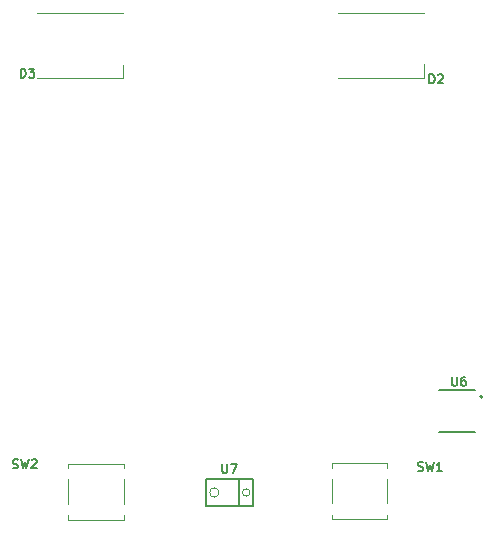
<source format=gbr>
G04 #@! TF.GenerationSoftware,KiCad,Pcbnew,(2018-02-05 revision d1a45d147)-makepkg*
G04 #@! TF.CreationDate,2020-01-13T12:48:58-08:00*
G04 #@! TF.ProjectId,badge,62616467652E6B696361645F70636200,rev?*
G04 #@! TF.SameCoordinates,Original*
G04 #@! TF.FileFunction,Legend,Top*
G04 #@! TF.FilePolarity,Positive*
%FSLAX46Y46*%
G04 Gerber Fmt 4.6, Leading zero omitted, Abs format (unit mm)*
G04 Created by KiCad (PCBNEW (2018-02-05 revision d1a45d147)-makepkg) date 01/13/20 12:48:58*
%MOMM*%
%LPD*%
G01*
G04 APERTURE LIST*
%ADD10C,0.120000*%
%ADD11C,0.127000*%
%ADD12C,0.063500*%
%ADD13C,0.200000*%
%ADD14C,0.152400*%
G04 APERTURE END LIST*
D10*
X128752400Y-114088600D02*
X133492400Y-114088600D01*
X128752400Y-114088600D02*
X128752400Y-114488600D01*
X133492400Y-114088600D02*
X133492400Y-114488600D01*
X128752400Y-118828600D02*
X128752400Y-118428600D01*
X128752400Y-118828600D02*
X133492400Y-118828600D01*
X133492400Y-118828600D02*
X133492400Y-118428600D01*
X133492400Y-117488600D02*
X133492400Y-115428600D01*
X128752400Y-117488600D02*
X128752400Y-115428600D01*
X106476600Y-114114000D02*
X111216600Y-114114000D01*
X106476600Y-114114000D02*
X106476600Y-114514000D01*
X111216600Y-114114000D02*
X111216600Y-114514000D01*
X106476600Y-118854000D02*
X106476600Y-118454000D01*
X106476600Y-118854000D02*
X111216600Y-118854000D01*
X111216600Y-118854000D02*
X111216600Y-118454000D01*
X111216600Y-117514000D02*
X111216600Y-115454000D01*
X106476600Y-117514000D02*
X106476600Y-115454000D01*
D11*
X118130300Y-115381640D02*
X120916680Y-115381640D01*
X120916680Y-115381640D02*
X122067300Y-115381640D01*
X118130300Y-117738760D02*
X120916680Y-117738760D01*
X120916680Y-117738760D02*
X122067300Y-117738760D01*
X118130300Y-117738760D02*
X118130300Y-115381640D01*
X122067300Y-117738760D02*
X122067300Y-115381640D01*
X120916680Y-117738760D02*
X120916680Y-115381640D01*
D12*
X119216747Y-116560200D02*
G75*
G03X119216747Y-116560200I-387947J0D01*
G01*
X121842385Y-116560200D02*
G75*
G03X121842385Y-116560200I-316105J0D01*
G01*
D11*
X140932800Y-107881400D02*
X137872800Y-107881400D01*
X137872800Y-111421400D02*
X140932800Y-111421400D01*
D13*
X141547800Y-108451400D02*
G75*
G03X141547800Y-108451400I-100000J0D01*
G01*
D10*
X129301200Y-75964200D02*
X136601200Y-75964200D01*
X129301200Y-81464200D02*
X136601200Y-81464200D01*
X136601200Y-81464200D02*
X136601200Y-80314200D01*
X103799600Y-75989600D02*
X111099600Y-75989600D01*
X103799600Y-81489600D02*
X111099600Y-81489600D01*
X111099600Y-81489600D02*
X111099600Y-80339600D01*
D14*
X136075400Y-114709628D02*
X136184257Y-114745914D01*
X136365685Y-114745914D01*
X136438257Y-114709628D01*
X136474542Y-114673342D01*
X136510828Y-114600771D01*
X136510828Y-114528200D01*
X136474542Y-114455628D01*
X136438257Y-114419342D01*
X136365685Y-114383057D01*
X136220542Y-114346771D01*
X136147971Y-114310485D01*
X136111685Y-114274200D01*
X136075400Y-114201628D01*
X136075400Y-114129057D01*
X136111685Y-114056485D01*
X136147971Y-114020200D01*
X136220542Y-113983914D01*
X136401971Y-113983914D01*
X136510828Y-114020200D01*
X136764828Y-113983914D02*
X136946257Y-114745914D01*
X137091400Y-114201628D01*
X137236542Y-114745914D01*
X137417971Y-113983914D01*
X138107400Y-114745914D02*
X137671971Y-114745914D01*
X137889685Y-114745914D02*
X137889685Y-113983914D01*
X137817114Y-114092771D01*
X137744542Y-114165342D01*
X137671971Y-114201628D01*
X101760000Y-114481028D02*
X101868857Y-114517314D01*
X102050285Y-114517314D01*
X102122857Y-114481028D01*
X102159142Y-114444742D01*
X102195428Y-114372171D01*
X102195428Y-114299600D01*
X102159142Y-114227028D01*
X102122857Y-114190742D01*
X102050285Y-114154457D01*
X101905142Y-114118171D01*
X101832571Y-114081885D01*
X101796285Y-114045600D01*
X101760000Y-113973028D01*
X101760000Y-113900457D01*
X101796285Y-113827885D01*
X101832571Y-113791600D01*
X101905142Y-113755314D01*
X102086571Y-113755314D01*
X102195428Y-113791600D01*
X102449428Y-113755314D02*
X102630857Y-114517314D01*
X102776000Y-113973028D01*
X102921142Y-114517314D01*
X103102571Y-113755314D01*
X103356571Y-113827885D02*
X103392857Y-113791600D01*
X103465428Y-113755314D01*
X103646857Y-113755314D01*
X103719428Y-113791600D01*
X103755714Y-113827885D01*
X103792000Y-113900457D01*
X103792000Y-113973028D01*
X103755714Y-114081885D01*
X103320285Y-114517314D01*
X103792000Y-114517314D01*
X119492828Y-114161714D02*
X119492828Y-114778571D01*
X119529114Y-114851142D01*
X119565400Y-114887428D01*
X119637971Y-114923714D01*
X119783114Y-114923714D01*
X119855685Y-114887428D01*
X119891971Y-114851142D01*
X119928257Y-114778571D01*
X119928257Y-114161714D01*
X120218542Y-114161714D02*
X120726542Y-114161714D01*
X120399971Y-114923714D01*
X138949228Y-106770314D02*
X138949228Y-107387171D01*
X138985514Y-107459742D01*
X139021800Y-107496028D01*
X139094371Y-107532314D01*
X139239514Y-107532314D01*
X139312085Y-107496028D01*
X139348371Y-107459742D01*
X139384657Y-107387171D01*
X139384657Y-106770314D01*
X140074085Y-106770314D02*
X139928942Y-106770314D01*
X139856371Y-106806600D01*
X139820085Y-106842885D01*
X139747514Y-106951742D01*
X139711228Y-107096885D01*
X139711228Y-107387171D01*
X139747514Y-107459742D01*
X139783800Y-107496028D01*
X139856371Y-107532314D01*
X140001514Y-107532314D01*
X140074085Y-107496028D01*
X140110371Y-107459742D01*
X140146657Y-107387171D01*
X140146657Y-107205742D01*
X140110371Y-107133171D01*
X140074085Y-107096885D01*
X140001514Y-107060600D01*
X139856371Y-107060600D01*
X139783800Y-107096885D01*
X139747514Y-107133171D01*
X139711228Y-107205742D01*
X137036971Y-81929114D02*
X137036971Y-81167114D01*
X137218400Y-81167114D01*
X137327257Y-81203400D01*
X137399828Y-81275971D01*
X137436114Y-81348542D01*
X137472400Y-81493685D01*
X137472400Y-81602542D01*
X137436114Y-81747685D01*
X137399828Y-81820257D01*
X137327257Y-81892828D01*
X137218400Y-81929114D01*
X137036971Y-81929114D01*
X137762685Y-81239685D02*
X137798971Y-81203400D01*
X137871542Y-81167114D01*
X138052971Y-81167114D01*
X138125542Y-81203400D01*
X138161828Y-81239685D01*
X138198114Y-81312257D01*
X138198114Y-81384828D01*
X138161828Y-81493685D01*
X137726400Y-81929114D01*
X138198114Y-81929114D01*
X102442171Y-81446514D02*
X102442171Y-80684514D01*
X102623600Y-80684514D01*
X102732457Y-80720800D01*
X102805028Y-80793371D01*
X102841314Y-80865942D01*
X102877600Y-81011085D01*
X102877600Y-81119942D01*
X102841314Y-81265085D01*
X102805028Y-81337657D01*
X102732457Y-81410228D01*
X102623600Y-81446514D01*
X102442171Y-81446514D01*
X103131600Y-80684514D02*
X103603314Y-80684514D01*
X103349314Y-80974800D01*
X103458171Y-80974800D01*
X103530742Y-81011085D01*
X103567028Y-81047371D01*
X103603314Y-81119942D01*
X103603314Y-81301371D01*
X103567028Y-81373942D01*
X103530742Y-81410228D01*
X103458171Y-81446514D01*
X103240457Y-81446514D01*
X103167885Y-81410228D01*
X103131600Y-81373942D01*
M02*

</source>
